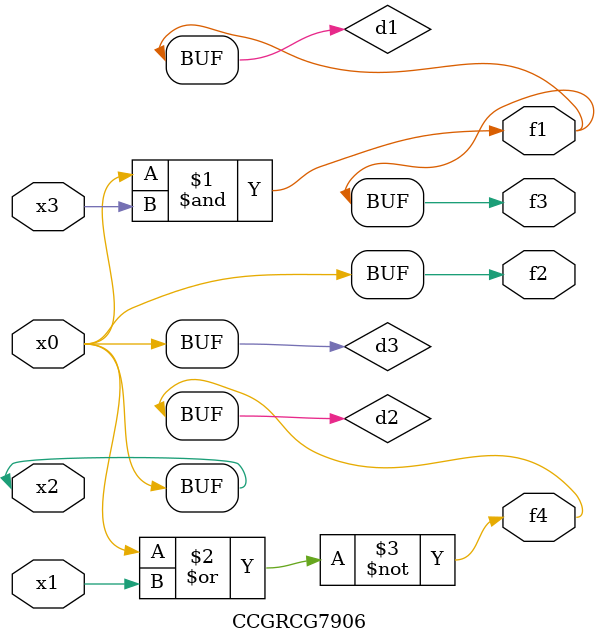
<source format=v>
module CCGRCG7906(
	input x0, x1, x2, x3,
	output f1, f2, f3, f4
);

	wire d1, d2, d3;

	and (d1, x2, x3);
	nor (d2, x0, x1);
	buf (d3, x0, x2);
	assign f1 = d1;
	assign f2 = d3;
	assign f3 = d1;
	assign f4 = d2;
endmodule

</source>
